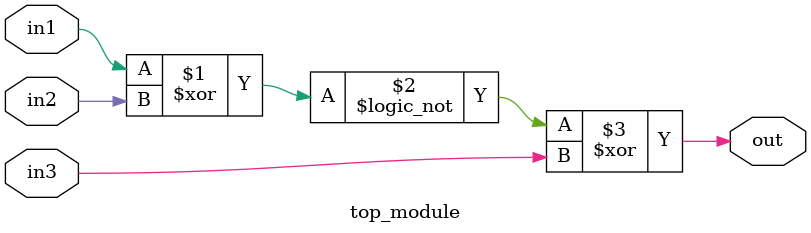
<source format=v>
module top_module (
    input in1,
    input in2,
    input in3,
    output out);
    assign out=!(in1^in2)^in3;

endmodule

</source>
